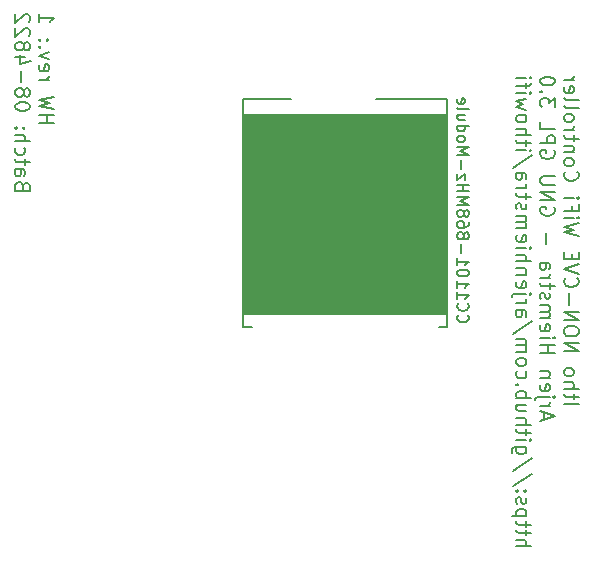
<source format=gbo>
G04 #@! TF.GenerationSoftware,KiCad,Pcbnew,(6.0.8-1)-1*
G04 #@! TF.CreationDate,2022-11-27T01:46:17+01:00*
G04 #@! TF.ProjectId,ithowifi_4l,6974686f-7769-4666-995f-346c2e6b6963,rev?*
G04 #@! TF.SameCoordinates,Original*
G04 #@! TF.FileFunction,Legend,Bot*
G04 #@! TF.FilePolarity,Positive*
%FSLAX46Y46*%
G04 Gerber Fmt 4.6, Leading zero omitted, Abs format (unit mm)*
G04 Created by KiCad (PCBNEW (6.0.8-1)-1) date 2022-11-27 01:46:17*
%MOMM*%
%LPD*%
G01*
G04 APERTURE LIST*
%ADD10C,0.100000*%
%ADD11C,0.200000*%
%ADD12C,0.150000*%
G04 APERTURE END LIST*
D10*
G36*
X103202000Y-135417558D02*
G01*
X85955400Y-135417558D01*
X85930000Y-118450358D01*
X103202000Y-118450358D01*
X103202000Y-135417558D01*
G37*
X103202000Y-135417558D02*
X85955400Y-135417558D01*
X85930000Y-118450358D01*
X103202000Y-118450358D01*
X103202000Y-135417558D01*
D11*
X113075393Y-143011000D02*
X114321393Y-143011000D01*
X113906060Y-142595666D02*
X113906060Y-142121000D01*
X114321393Y-142417666D02*
X113253393Y-142417666D01*
X113134726Y-142358333D01*
X113075393Y-142239666D01*
X113075393Y-142121000D01*
X113075393Y-141705666D02*
X114321393Y-141705666D01*
X113075393Y-141171666D02*
X113728060Y-141171666D01*
X113846726Y-141231000D01*
X113906060Y-141349666D01*
X113906060Y-141527666D01*
X113846726Y-141646333D01*
X113787393Y-141705666D01*
X113075393Y-140400333D02*
X113134726Y-140519000D01*
X113194060Y-140578333D01*
X113312726Y-140637666D01*
X113668726Y-140637666D01*
X113787393Y-140578333D01*
X113846726Y-140519000D01*
X113906060Y-140400333D01*
X113906060Y-140222333D01*
X113846726Y-140103666D01*
X113787393Y-140044333D01*
X113668726Y-139985000D01*
X113312726Y-139985000D01*
X113194060Y-140044333D01*
X113134726Y-140103666D01*
X113075393Y-140222333D01*
X113075393Y-140400333D01*
X113075393Y-138501666D02*
X114321393Y-138501666D01*
X113075393Y-137789666D01*
X114321393Y-137789666D01*
X114321393Y-136959000D02*
X114321393Y-136721666D01*
X114262060Y-136603000D01*
X114143393Y-136484333D01*
X113906060Y-136425000D01*
X113490726Y-136425000D01*
X113253393Y-136484333D01*
X113134726Y-136603000D01*
X113075393Y-136721666D01*
X113075393Y-136959000D01*
X113134726Y-137077666D01*
X113253393Y-137196333D01*
X113490726Y-137255666D01*
X113906060Y-137255666D01*
X114143393Y-137196333D01*
X114262060Y-137077666D01*
X114321393Y-136959000D01*
X113075393Y-135891000D02*
X114321393Y-135891000D01*
X113075393Y-135179000D01*
X114321393Y-135179000D01*
X113550060Y-134585666D02*
X113550060Y-133636333D01*
X113194060Y-132331000D02*
X113134726Y-132390333D01*
X113075393Y-132568333D01*
X113075393Y-132687000D01*
X113134726Y-132865000D01*
X113253393Y-132983666D01*
X113372060Y-133043000D01*
X113609393Y-133102333D01*
X113787393Y-133102333D01*
X114024726Y-133043000D01*
X114143393Y-132983666D01*
X114262060Y-132865000D01*
X114321393Y-132687000D01*
X114321393Y-132568333D01*
X114262060Y-132390333D01*
X114202726Y-132331000D01*
X114321393Y-131975000D02*
X113075393Y-131559666D01*
X114321393Y-131144333D01*
X113728060Y-130729000D02*
X113728060Y-130313666D01*
X113075393Y-130135666D02*
X113075393Y-130729000D01*
X114321393Y-130729000D01*
X114321393Y-130135666D01*
X114321393Y-128771000D02*
X113075393Y-128474333D01*
X113965393Y-128237000D01*
X113075393Y-127999666D01*
X114321393Y-127703000D01*
X113075393Y-127228333D02*
X113906060Y-127228333D01*
X114321393Y-127228333D02*
X114262060Y-127287666D01*
X114202726Y-127228333D01*
X114262060Y-127169000D01*
X114321393Y-127228333D01*
X114202726Y-127228333D01*
X113728060Y-126219666D02*
X113728060Y-126635000D01*
X113075393Y-126635000D02*
X114321393Y-126635000D01*
X114321393Y-126041666D01*
X113075393Y-125567000D02*
X113906060Y-125567000D01*
X114321393Y-125567000D02*
X114262060Y-125626333D01*
X114202726Y-125567000D01*
X114262060Y-125507666D01*
X114321393Y-125567000D01*
X114202726Y-125567000D01*
X113194060Y-123312333D02*
X113134726Y-123371666D01*
X113075393Y-123549666D01*
X113075393Y-123668333D01*
X113134726Y-123846333D01*
X113253393Y-123965000D01*
X113372060Y-124024333D01*
X113609393Y-124083666D01*
X113787393Y-124083666D01*
X114024726Y-124024333D01*
X114143393Y-123965000D01*
X114262060Y-123846333D01*
X114321393Y-123668333D01*
X114321393Y-123549666D01*
X114262060Y-123371666D01*
X114202726Y-123312333D01*
X113075393Y-122600333D02*
X113134726Y-122719000D01*
X113194060Y-122778333D01*
X113312726Y-122837666D01*
X113668726Y-122837666D01*
X113787393Y-122778333D01*
X113846726Y-122719000D01*
X113906060Y-122600333D01*
X113906060Y-122422333D01*
X113846726Y-122303666D01*
X113787393Y-122244333D01*
X113668726Y-122185000D01*
X113312726Y-122185000D01*
X113194060Y-122244333D01*
X113134726Y-122303666D01*
X113075393Y-122422333D01*
X113075393Y-122600333D01*
X113906060Y-121651000D02*
X113075393Y-121651000D01*
X113787393Y-121651000D02*
X113846726Y-121591666D01*
X113906060Y-121473000D01*
X113906060Y-121295000D01*
X113846726Y-121176333D01*
X113728060Y-121117000D01*
X113075393Y-121117000D01*
X113906060Y-120701666D02*
X113906060Y-120227000D01*
X114321393Y-120523666D02*
X113253393Y-120523666D01*
X113134726Y-120464333D01*
X113075393Y-120345666D01*
X113075393Y-120227000D01*
X113075393Y-119811666D02*
X113906060Y-119811666D01*
X113668726Y-119811666D02*
X113787393Y-119752333D01*
X113846726Y-119693000D01*
X113906060Y-119574333D01*
X113906060Y-119455666D01*
X113075393Y-118862333D02*
X113134726Y-118981000D01*
X113194060Y-119040333D01*
X113312726Y-119099666D01*
X113668726Y-119099666D01*
X113787393Y-119040333D01*
X113846726Y-118981000D01*
X113906060Y-118862333D01*
X113906060Y-118684333D01*
X113846726Y-118565666D01*
X113787393Y-118506333D01*
X113668726Y-118447000D01*
X113312726Y-118447000D01*
X113194060Y-118506333D01*
X113134726Y-118565666D01*
X113075393Y-118684333D01*
X113075393Y-118862333D01*
X113075393Y-117735000D02*
X113134726Y-117853666D01*
X113253393Y-117913000D01*
X114321393Y-117913000D01*
X113075393Y-117082333D02*
X113134726Y-117201000D01*
X113253393Y-117260333D01*
X114321393Y-117260333D01*
X113134726Y-116133000D02*
X113075393Y-116251666D01*
X113075393Y-116489000D01*
X113134726Y-116607666D01*
X113253393Y-116667000D01*
X113728060Y-116667000D01*
X113846726Y-116607666D01*
X113906060Y-116489000D01*
X113906060Y-116251666D01*
X113846726Y-116133000D01*
X113728060Y-116073666D01*
X113609393Y-116073666D01*
X113490726Y-116667000D01*
X113075393Y-115539666D02*
X113906060Y-115539666D01*
X113668726Y-115539666D02*
X113787393Y-115480333D01*
X113846726Y-115421000D01*
X113906060Y-115302333D01*
X113906060Y-115183666D01*
X111425333Y-144316333D02*
X111425333Y-143723000D01*
X111069333Y-144435000D02*
X112315333Y-144019666D01*
X111069333Y-143604333D01*
X111069333Y-143189000D02*
X111900000Y-143189000D01*
X111662666Y-143189000D02*
X111781333Y-143129666D01*
X111840666Y-143070333D01*
X111900000Y-142951666D01*
X111900000Y-142833000D01*
X111900000Y-142417666D02*
X110832000Y-142417666D01*
X110713333Y-142477000D01*
X110654000Y-142595666D01*
X110654000Y-142655000D01*
X112315333Y-142417666D02*
X112256000Y-142477000D01*
X112196666Y-142417666D01*
X112256000Y-142358333D01*
X112315333Y-142417666D01*
X112196666Y-142417666D01*
X111128666Y-141349666D02*
X111069333Y-141468333D01*
X111069333Y-141705666D01*
X111128666Y-141824333D01*
X111247333Y-141883666D01*
X111722000Y-141883666D01*
X111840666Y-141824333D01*
X111900000Y-141705666D01*
X111900000Y-141468333D01*
X111840666Y-141349666D01*
X111722000Y-141290333D01*
X111603333Y-141290333D01*
X111484666Y-141883666D01*
X111900000Y-140756333D02*
X111069333Y-140756333D01*
X111781333Y-140756333D02*
X111840666Y-140697000D01*
X111900000Y-140578333D01*
X111900000Y-140400333D01*
X111840666Y-140281666D01*
X111722000Y-140222333D01*
X111069333Y-140222333D01*
X111069333Y-138679666D02*
X112315333Y-138679666D01*
X111722000Y-138679666D02*
X111722000Y-137967666D01*
X111069333Y-137967666D02*
X112315333Y-137967666D01*
X111069333Y-137374333D02*
X111900000Y-137374333D01*
X112315333Y-137374333D02*
X112256000Y-137433666D01*
X112196666Y-137374333D01*
X112256000Y-137315000D01*
X112315333Y-137374333D01*
X112196666Y-137374333D01*
X111128666Y-136306333D02*
X111069333Y-136425000D01*
X111069333Y-136662333D01*
X111128666Y-136781000D01*
X111247333Y-136840333D01*
X111722000Y-136840333D01*
X111840666Y-136781000D01*
X111900000Y-136662333D01*
X111900000Y-136425000D01*
X111840666Y-136306333D01*
X111722000Y-136247000D01*
X111603333Y-136247000D01*
X111484666Y-136840333D01*
X111069333Y-135713000D02*
X111900000Y-135713000D01*
X111781333Y-135713000D02*
X111840666Y-135653666D01*
X111900000Y-135535000D01*
X111900000Y-135357000D01*
X111840666Y-135238333D01*
X111722000Y-135179000D01*
X111069333Y-135179000D01*
X111722000Y-135179000D02*
X111840666Y-135119666D01*
X111900000Y-135001000D01*
X111900000Y-134823000D01*
X111840666Y-134704333D01*
X111722000Y-134645000D01*
X111069333Y-134645000D01*
X111128666Y-134111000D02*
X111069333Y-133992333D01*
X111069333Y-133755000D01*
X111128666Y-133636333D01*
X111247333Y-133577000D01*
X111306666Y-133577000D01*
X111425333Y-133636333D01*
X111484666Y-133755000D01*
X111484666Y-133933000D01*
X111544000Y-134051666D01*
X111662666Y-134111000D01*
X111722000Y-134111000D01*
X111840666Y-134051666D01*
X111900000Y-133933000D01*
X111900000Y-133755000D01*
X111840666Y-133636333D01*
X111900000Y-133221000D02*
X111900000Y-132746333D01*
X112315333Y-133043000D02*
X111247333Y-133043000D01*
X111128666Y-132983666D01*
X111069333Y-132865000D01*
X111069333Y-132746333D01*
X111069333Y-132331000D02*
X111900000Y-132331000D01*
X111662666Y-132331000D02*
X111781333Y-132271666D01*
X111840666Y-132212333D01*
X111900000Y-132093666D01*
X111900000Y-131975000D01*
X111069333Y-131025666D02*
X111722000Y-131025666D01*
X111840666Y-131085000D01*
X111900000Y-131203666D01*
X111900000Y-131441000D01*
X111840666Y-131559666D01*
X111128666Y-131025666D02*
X111069333Y-131144333D01*
X111069333Y-131441000D01*
X111128666Y-131559666D01*
X111247333Y-131619000D01*
X111366000Y-131619000D01*
X111484666Y-131559666D01*
X111544000Y-131441000D01*
X111544000Y-131144333D01*
X111603333Y-131025666D01*
X111544000Y-129483000D02*
X111544000Y-128533666D01*
X112256000Y-126338333D02*
X112315333Y-126457000D01*
X112315333Y-126635000D01*
X112256000Y-126813000D01*
X112137333Y-126931666D01*
X112018666Y-126991000D01*
X111781333Y-127050333D01*
X111603333Y-127050333D01*
X111366000Y-126991000D01*
X111247333Y-126931666D01*
X111128666Y-126813000D01*
X111069333Y-126635000D01*
X111069333Y-126516333D01*
X111128666Y-126338333D01*
X111188000Y-126279000D01*
X111603333Y-126279000D01*
X111603333Y-126516333D01*
X111069333Y-125745000D02*
X112315333Y-125745000D01*
X111069333Y-125033000D01*
X112315333Y-125033000D01*
X112315333Y-124439666D02*
X111306666Y-124439666D01*
X111188000Y-124380333D01*
X111128666Y-124321000D01*
X111069333Y-124202333D01*
X111069333Y-123965000D01*
X111128666Y-123846333D01*
X111188000Y-123787000D01*
X111306666Y-123727666D01*
X112315333Y-123727666D01*
X112256000Y-121532333D02*
X112315333Y-121651000D01*
X112315333Y-121829000D01*
X112256000Y-122007000D01*
X112137333Y-122125666D01*
X112018666Y-122185000D01*
X111781333Y-122244333D01*
X111603333Y-122244333D01*
X111366000Y-122185000D01*
X111247333Y-122125666D01*
X111128666Y-122007000D01*
X111069333Y-121829000D01*
X111069333Y-121710333D01*
X111128666Y-121532333D01*
X111188000Y-121473000D01*
X111603333Y-121473000D01*
X111603333Y-121710333D01*
X111069333Y-120939000D02*
X112315333Y-120939000D01*
X112315333Y-120464333D01*
X112256000Y-120345666D01*
X112196666Y-120286333D01*
X112078000Y-120227000D01*
X111900000Y-120227000D01*
X111781333Y-120286333D01*
X111722000Y-120345666D01*
X111662666Y-120464333D01*
X111662666Y-120939000D01*
X111069333Y-119099666D02*
X111069333Y-119693000D01*
X112315333Y-119693000D01*
X112315333Y-117853666D02*
X112315333Y-117082333D01*
X111840666Y-117497666D01*
X111840666Y-117319666D01*
X111781333Y-117201000D01*
X111722000Y-117141666D01*
X111603333Y-117082333D01*
X111306666Y-117082333D01*
X111188000Y-117141666D01*
X111128666Y-117201000D01*
X111069333Y-117319666D01*
X111069333Y-117675666D01*
X111128666Y-117794333D01*
X111188000Y-117853666D01*
X111188000Y-116548333D02*
X111128666Y-116489000D01*
X111069333Y-116548333D01*
X111128666Y-116607666D01*
X111188000Y-116548333D01*
X111069333Y-116548333D01*
X112315333Y-115717666D02*
X112315333Y-115599000D01*
X112256000Y-115480333D01*
X112196666Y-115421000D01*
X112078000Y-115361666D01*
X111840666Y-115302333D01*
X111544000Y-115302333D01*
X111306666Y-115361666D01*
X111188000Y-115421000D01*
X111128666Y-115480333D01*
X111069333Y-115599000D01*
X111069333Y-115717666D01*
X111128666Y-115836333D01*
X111188000Y-115895666D01*
X111306666Y-115955000D01*
X111544000Y-116014333D01*
X111840666Y-116014333D01*
X112078000Y-115955000D01*
X112196666Y-115895666D01*
X112256000Y-115836333D01*
X112315333Y-115717666D01*
X109063273Y-155055666D02*
X110309273Y-155055666D01*
X109063273Y-154521666D02*
X109715940Y-154521666D01*
X109834606Y-154581000D01*
X109893940Y-154699666D01*
X109893940Y-154877666D01*
X109834606Y-154996333D01*
X109775273Y-155055666D01*
X109893940Y-154106333D02*
X109893940Y-153631666D01*
X110309273Y-153928333D02*
X109241273Y-153928333D01*
X109122606Y-153869000D01*
X109063273Y-153750333D01*
X109063273Y-153631666D01*
X109893940Y-153394333D02*
X109893940Y-152919666D01*
X110309273Y-153216333D02*
X109241273Y-153216333D01*
X109122606Y-153157000D01*
X109063273Y-153038333D01*
X109063273Y-152919666D01*
X109893940Y-152504333D02*
X108647940Y-152504333D01*
X109834606Y-152504333D02*
X109893940Y-152385666D01*
X109893940Y-152148333D01*
X109834606Y-152029666D01*
X109775273Y-151970333D01*
X109656606Y-151911000D01*
X109300606Y-151911000D01*
X109181940Y-151970333D01*
X109122606Y-152029666D01*
X109063273Y-152148333D01*
X109063273Y-152385666D01*
X109122606Y-152504333D01*
X109122606Y-151436333D02*
X109063273Y-151317666D01*
X109063273Y-151080333D01*
X109122606Y-150961666D01*
X109241273Y-150902333D01*
X109300606Y-150902333D01*
X109419273Y-150961666D01*
X109478606Y-151080333D01*
X109478606Y-151258333D01*
X109537940Y-151377000D01*
X109656606Y-151436333D01*
X109715940Y-151436333D01*
X109834606Y-151377000D01*
X109893940Y-151258333D01*
X109893940Y-151080333D01*
X109834606Y-150961666D01*
X109181940Y-150368333D02*
X109122606Y-150309000D01*
X109063273Y-150368333D01*
X109122606Y-150427666D01*
X109181940Y-150368333D01*
X109063273Y-150368333D01*
X109834606Y-150368333D02*
X109775273Y-150309000D01*
X109715940Y-150368333D01*
X109775273Y-150427666D01*
X109834606Y-150368333D01*
X109715940Y-150368333D01*
X110368606Y-148885000D02*
X108766606Y-149953000D01*
X110368606Y-147579666D02*
X108766606Y-148647666D01*
X109893940Y-146630333D02*
X108885273Y-146630333D01*
X108766606Y-146689666D01*
X108707273Y-146749000D01*
X108647940Y-146867666D01*
X108647940Y-147045666D01*
X108707273Y-147164333D01*
X109122606Y-146630333D02*
X109063273Y-146749000D01*
X109063273Y-146986333D01*
X109122606Y-147105000D01*
X109181940Y-147164333D01*
X109300606Y-147223666D01*
X109656606Y-147223666D01*
X109775273Y-147164333D01*
X109834606Y-147105000D01*
X109893940Y-146986333D01*
X109893940Y-146749000D01*
X109834606Y-146630333D01*
X109063273Y-146037000D02*
X109893940Y-146037000D01*
X110309273Y-146037000D02*
X110249940Y-146096333D01*
X110190606Y-146037000D01*
X110249940Y-145977666D01*
X110309273Y-146037000D01*
X110190606Y-146037000D01*
X109893940Y-145621666D02*
X109893940Y-145147000D01*
X110309273Y-145443666D02*
X109241273Y-145443666D01*
X109122606Y-145384333D01*
X109063273Y-145265666D01*
X109063273Y-145147000D01*
X109063273Y-144731666D02*
X110309273Y-144731666D01*
X109063273Y-144197666D02*
X109715940Y-144197666D01*
X109834606Y-144257000D01*
X109893940Y-144375666D01*
X109893940Y-144553666D01*
X109834606Y-144672333D01*
X109775273Y-144731666D01*
X109893940Y-143070333D02*
X109063273Y-143070333D01*
X109893940Y-143604333D02*
X109241273Y-143604333D01*
X109122606Y-143545000D01*
X109063273Y-143426333D01*
X109063273Y-143248333D01*
X109122606Y-143129666D01*
X109181940Y-143070333D01*
X109063273Y-142477000D02*
X110309273Y-142477000D01*
X109834606Y-142477000D02*
X109893940Y-142358333D01*
X109893940Y-142121000D01*
X109834606Y-142002333D01*
X109775273Y-141943000D01*
X109656606Y-141883666D01*
X109300606Y-141883666D01*
X109181940Y-141943000D01*
X109122606Y-142002333D01*
X109063273Y-142121000D01*
X109063273Y-142358333D01*
X109122606Y-142477000D01*
X109181940Y-141349666D02*
X109122606Y-141290333D01*
X109063273Y-141349666D01*
X109122606Y-141409000D01*
X109181940Y-141349666D01*
X109063273Y-141349666D01*
X109122606Y-140222333D02*
X109063273Y-140341000D01*
X109063273Y-140578333D01*
X109122606Y-140697000D01*
X109181940Y-140756333D01*
X109300606Y-140815666D01*
X109656606Y-140815666D01*
X109775273Y-140756333D01*
X109834606Y-140697000D01*
X109893940Y-140578333D01*
X109893940Y-140341000D01*
X109834606Y-140222333D01*
X109063273Y-139510333D02*
X109122606Y-139629000D01*
X109181940Y-139688333D01*
X109300606Y-139747666D01*
X109656606Y-139747666D01*
X109775273Y-139688333D01*
X109834606Y-139629000D01*
X109893940Y-139510333D01*
X109893940Y-139332333D01*
X109834606Y-139213666D01*
X109775273Y-139154333D01*
X109656606Y-139095000D01*
X109300606Y-139095000D01*
X109181940Y-139154333D01*
X109122606Y-139213666D01*
X109063273Y-139332333D01*
X109063273Y-139510333D01*
X109063273Y-138561000D02*
X109893940Y-138561000D01*
X109775273Y-138561000D02*
X109834606Y-138501666D01*
X109893940Y-138383000D01*
X109893940Y-138205000D01*
X109834606Y-138086333D01*
X109715940Y-138027000D01*
X109063273Y-138027000D01*
X109715940Y-138027000D02*
X109834606Y-137967666D01*
X109893940Y-137849000D01*
X109893940Y-137671000D01*
X109834606Y-137552333D01*
X109715940Y-137493000D01*
X109063273Y-137493000D01*
X110368606Y-136009666D02*
X108766606Y-137077666D01*
X109063273Y-135060333D02*
X109715940Y-135060333D01*
X109834606Y-135119666D01*
X109893940Y-135238333D01*
X109893940Y-135475666D01*
X109834606Y-135594333D01*
X109122606Y-135060333D02*
X109063273Y-135179000D01*
X109063273Y-135475666D01*
X109122606Y-135594333D01*
X109241273Y-135653666D01*
X109359940Y-135653666D01*
X109478606Y-135594333D01*
X109537940Y-135475666D01*
X109537940Y-135179000D01*
X109597273Y-135060333D01*
X109063273Y-134467000D02*
X109893940Y-134467000D01*
X109656606Y-134467000D02*
X109775273Y-134407666D01*
X109834606Y-134348333D01*
X109893940Y-134229666D01*
X109893940Y-134111000D01*
X109893940Y-133695666D02*
X108825940Y-133695666D01*
X108707273Y-133755000D01*
X108647940Y-133873666D01*
X108647940Y-133933000D01*
X110309273Y-133695666D02*
X110249940Y-133755000D01*
X110190606Y-133695666D01*
X110249940Y-133636333D01*
X110309273Y-133695666D01*
X110190606Y-133695666D01*
X109122606Y-132627666D02*
X109063273Y-132746333D01*
X109063273Y-132983666D01*
X109122606Y-133102333D01*
X109241273Y-133161666D01*
X109715940Y-133161666D01*
X109834606Y-133102333D01*
X109893940Y-132983666D01*
X109893940Y-132746333D01*
X109834606Y-132627666D01*
X109715940Y-132568333D01*
X109597273Y-132568333D01*
X109478606Y-133161666D01*
X109893940Y-132034333D02*
X109063273Y-132034333D01*
X109775273Y-132034333D02*
X109834606Y-131975000D01*
X109893940Y-131856333D01*
X109893940Y-131678333D01*
X109834606Y-131559666D01*
X109715940Y-131500333D01*
X109063273Y-131500333D01*
X109063273Y-130907000D02*
X110309273Y-130907000D01*
X109063273Y-130373000D02*
X109715940Y-130373000D01*
X109834606Y-130432333D01*
X109893940Y-130551000D01*
X109893940Y-130729000D01*
X109834606Y-130847666D01*
X109775273Y-130907000D01*
X109063273Y-129779666D02*
X109893940Y-129779666D01*
X110309273Y-129779666D02*
X110249940Y-129839000D01*
X110190606Y-129779666D01*
X110249940Y-129720333D01*
X110309273Y-129779666D01*
X110190606Y-129779666D01*
X109122606Y-128711666D02*
X109063273Y-128830333D01*
X109063273Y-129067666D01*
X109122606Y-129186333D01*
X109241273Y-129245666D01*
X109715940Y-129245666D01*
X109834606Y-129186333D01*
X109893940Y-129067666D01*
X109893940Y-128830333D01*
X109834606Y-128711666D01*
X109715940Y-128652333D01*
X109597273Y-128652333D01*
X109478606Y-129245666D01*
X109063273Y-128118333D02*
X109893940Y-128118333D01*
X109775273Y-128118333D02*
X109834606Y-128059000D01*
X109893940Y-127940333D01*
X109893940Y-127762333D01*
X109834606Y-127643666D01*
X109715940Y-127584333D01*
X109063273Y-127584333D01*
X109715940Y-127584333D02*
X109834606Y-127525000D01*
X109893940Y-127406333D01*
X109893940Y-127228333D01*
X109834606Y-127109666D01*
X109715940Y-127050333D01*
X109063273Y-127050333D01*
X109122606Y-126516333D02*
X109063273Y-126397666D01*
X109063273Y-126160333D01*
X109122606Y-126041666D01*
X109241273Y-125982333D01*
X109300606Y-125982333D01*
X109419273Y-126041666D01*
X109478606Y-126160333D01*
X109478606Y-126338333D01*
X109537940Y-126457000D01*
X109656606Y-126516333D01*
X109715940Y-126516333D01*
X109834606Y-126457000D01*
X109893940Y-126338333D01*
X109893940Y-126160333D01*
X109834606Y-126041666D01*
X109893940Y-125626333D02*
X109893940Y-125151666D01*
X110309273Y-125448333D02*
X109241273Y-125448333D01*
X109122606Y-125389000D01*
X109063273Y-125270333D01*
X109063273Y-125151666D01*
X109063273Y-124736333D02*
X109893940Y-124736333D01*
X109656606Y-124736333D02*
X109775273Y-124677000D01*
X109834606Y-124617666D01*
X109893940Y-124499000D01*
X109893940Y-124380333D01*
X109063273Y-123431000D02*
X109715940Y-123431000D01*
X109834606Y-123490333D01*
X109893940Y-123609000D01*
X109893940Y-123846333D01*
X109834606Y-123965000D01*
X109122606Y-123431000D02*
X109063273Y-123549666D01*
X109063273Y-123846333D01*
X109122606Y-123965000D01*
X109241273Y-124024333D01*
X109359940Y-124024333D01*
X109478606Y-123965000D01*
X109537940Y-123846333D01*
X109537940Y-123549666D01*
X109597273Y-123431000D01*
X110368606Y-121947666D02*
X108766606Y-123015666D01*
X109063273Y-121532333D02*
X109893940Y-121532333D01*
X110309273Y-121532333D02*
X110249940Y-121591666D01*
X110190606Y-121532333D01*
X110249940Y-121473000D01*
X110309273Y-121532333D01*
X110190606Y-121532333D01*
X109893940Y-121117000D02*
X109893940Y-120642333D01*
X110309273Y-120939000D02*
X109241273Y-120939000D01*
X109122606Y-120879666D01*
X109063273Y-120761000D01*
X109063273Y-120642333D01*
X109063273Y-120227000D02*
X110309273Y-120227000D01*
X109063273Y-119693000D02*
X109715940Y-119693000D01*
X109834606Y-119752333D01*
X109893940Y-119871000D01*
X109893940Y-120049000D01*
X109834606Y-120167666D01*
X109775273Y-120227000D01*
X109063273Y-118921666D02*
X109122606Y-119040333D01*
X109181940Y-119099666D01*
X109300606Y-119159000D01*
X109656606Y-119159000D01*
X109775273Y-119099666D01*
X109834606Y-119040333D01*
X109893940Y-118921666D01*
X109893940Y-118743666D01*
X109834606Y-118625000D01*
X109775273Y-118565666D01*
X109656606Y-118506333D01*
X109300606Y-118506333D01*
X109181940Y-118565666D01*
X109122606Y-118625000D01*
X109063273Y-118743666D01*
X109063273Y-118921666D01*
X109893940Y-118091000D02*
X109063273Y-117853666D01*
X109656606Y-117616333D01*
X109063273Y-117379000D01*
X109893940Y-117141666D01*
X109063273Y-116667000D02*
X109893940Y-116667000D01*
X110309273Y-116667000D02*
X110249940Y-116726333D01*
X110190606Y-116667000D01*
X110249940Y-116607666D01*
X110309273Y-116667000D01*
X110190606Y-116667000D01*
X109893940Y-116251666D02*
X109893940Y-115777000D01*
X109063273Y-116073666D02*
X110131273Y-116073666D01*
X110249940Y-116014333D01*
X110309273Y-115895666D01*
X110309273Y-115777000D01*
X109063273Y-115361666D02*
X109893940Y-115361666D01*
X110309273Y-115361666D02*
X110249940Y-115421000D01*
X110190606Y-115361666D01*
X110249940Y-115302333D01*
X110309273Y-115361666D01*
X110190606Y-115361666D01*
X68638363Y-119224333D02*
X69884363Y-119224333D01*
X69291030Y-119224333D02*
X69291030Y-118512333D01*
X68638363Y-118512333D02*
X69884363Y-118512333D01*
X69884363Y-118037666D02*
X68638363Y-117741000D01*
X69528363Y-117503666D01*
X68638363Y-117266333D01*
X69884363Y-116969666D01*
X68638363Y-115545666D02*
X69469030Y-115545666D01*
X69231696Y-115545666D02*
X69350363Y-115486333D01*
X69409696Y-115427000D01*
X69469030Y-115308333D01*
X69469030Y-115189666D01*
X68697696Y-114299666D02*
X68638363Y-114418333D01*
X68638363Y-114655666D01*
X68697696Y-114774333D01*
X68816363Y-114833666D01*
X69291030Y-114833666D01*
X69409696Y-114774333D01*
X69469030Y-114655666D01*
X69469030Y-114418333D01*
X69409696Y-114299666D01*
X69291030Y-114240333D01*
X69172363Y-114240333D01*
X69053696Y-114833666D01*
X69469030Y-113825000D02*
X68638363Y-113528333D01*
X69469030Y-113231666D01*
X68757030Y-112757000D02*
X68697696Y-112697666D01*
X68638363Y-112757000D01*
X68697696Y-112816333D01*
X68757030Y-112757000D01*
X68638363Y-112757000D01*
X68757030Y-112163666D02*
X68697696Y-112104333D01*
X68638363Y-112163666D01*
X68697696Y-112223000D01*
X68757030Y-112163666D01*
X68638363Y-112163666D01*
X69409696Y-112163666D02*
X69350363Y-112104333D01*
X69291030Y-112163666D01*
X69350363Y-112223000D01*
X69409696Y-112163666D01*
X69291030Y-112163666D01*
X68638363Y-109968333D02*
X68638363Y-110680333D01*
X68638363Y-110324333D02*
X69884363Y-110324333D01*
X69706363Y-110443000D01*
X69587696Y-110561666D01*
X69528363Y-110680333D01*
X67284970Y-124505000D02*
X67225636Y-124327000D01*
X67166303Y-124267666D01*
X67047636Y-124208333D01*
X66869636Y-124208333D01*
X66750970Y-124267666D01*
X66691636Y-124327000D01*
X66632303Y-124445666D01*
X66632303Y-124920333D01*
X67878303Y-124920333D01*
X67878303Y-124505000D01*
X67818970Y-124386333D01*
X67759636Y-124327000D01*
X67640970Y-124267666D01*
X67522303Y-124267666D01*
X67403636Y-124327000D01*
X67344303Y-124386333D01*
X67284970Y-124505000D01*
X67284970Y-124920333D01*
X66632303Y-123140333D02*
X67284970Y-123140333D01*
X67403636Y-123199666D01*
X67462970Y-123318333D01*
X67462970Y-123555666D01*
X67403636Y-123674333D01*
X66691636Y-123140333D02*
X66632303Y-123259000D01*
X66632303Y-123555666D01*
X66691636Y-123674333D01*
X66810303Y-123733666D01*
X66928970Y-123733666D01*
X67047636Y-123674333D01*
X67106970Y-123555666D01*
X67106970Y-123259000D01*
X67166303Y-123140333D01*
X67462970Y-122725000D02*
X67462970Y-122250333D01*
X67878303Y-122547000D02*
X66810303Y-122547000D01*
X66691636Y-122487666D01*
X66632303Y-122369000D01*
X66632303Y-122250333D01*
X66691636Y-121301000D02*
X66632303Y-121419666D01*
X66632303Y-121657000D01*
X66691636Y-121775666D01*
X66750970Y-121835000D01*
X66869636Y-121894333D01*
X67225636Y-121894333D01*
X67344303Y-121835000D01*
X67403636Y-121775666D01*
X67462970Y-121657000D01*
X67462970Y-121419666D01*
X67403636Y-121301000D01*
X66632303Y-120767000D02*
X67878303Y-120767000D01*
X66632303Y-120233000D02*
X67284970Y-120233000D01*
X67403636Y-120292333D01*
X67462970Y-120411000D01*
X67462970Y-120589000D01*
X67403636Y-120707666D01*
X67344303Y-120767000D01*
X66750970Y-119639666D02*
X66691636Y-119580333D01*
X66632303Y-119639666D01*
X66691636Y-119699000D01*
X66750970Y-119639666D01*
X66632303Y-119639666D01*
X67403636Y-119639666D02*
X67344303Y-119580333D01*
X67284970Y-119639666D01*
X67344303Y-119699000D01*
X67403636Y-119639666D01*
X67284970Y-119639666D01*
X67878303Y-117859666D02*
X67878303Y-117741000D01*
X67818970Y-117622333D01*
X67759636Y-117563000D01*
X67640970Y-117503666D01*
X67403636Y-117444333D01*
X67106970Y-117444333D01*
X66869636Y-117503666D01*
X66750970Y-117563000D01*
X66691636Y-117622333D01*
X66632303Y-117741000D01*
X66632303Y-117859666D01*
X66691636Y-117978333D01*
X66750970Y-118037666D01*
X66869636Y-118097000D01*
X67106970Y-118156333D01*
X67403636Y-118156333D01*
X67640970Y-118097000D01*
X67759636Y-118037666D01*
X67818970Y-117978333D01*
X67878303Y-117859666D01*
X67344303Y-116732333D02*
X67403636Y-116851000D01*
X67462970Y-116910333D01*
X67581636Y-116969666D01*
X67640970Y-116969666D01*
X67759636Y-116910333D01*
X67818970Y-116851000D01*
X67878303Y-116732333D01*
X67878303Y-116495000D01*
X67818970Y-116376333D01*
X67759636Y-116317000D01*
X67640970Y-116257666D01*
X67581636Y-116257666D01*
X67462970Y-116317000D01*
X67403636Y-116376333D01*
X67344303Y-116495000D01*
X67344303Y-116732333D01*
X67284970Y-116851000D01*
X67225636Y-116910333D01*
X67106970Y-116969666D01*
X66869636Y-116969666D01*
X66750970Y-116910333D01*
X66691636Y-116851000D01*
X66632303Y-116732333D01*
X66632303Y-116495000D01*
X66691636Y-116376333D01*
X66750970Y-116317000D01*
X66869636Y-116257666D01*
X67106970Y-116257666D01*
X67225636Y-116317000D01*
X67284970Y-116376333D01*
X67344303Y-116495000D01*
X67106970Y-115723666D02*
X67106970Y-114774333D01*
X67462970Y-113647000D02*
X66632303Y-113647000D01*
X67937636Y-113943666D02*
X67047636Y-114240333D01*
X67047636Y-113469000D01*
X67344303Y-112816333D02*
X67403636Y-112935000D01*
X67462970Y-112994333D01*
X67581636Y-113053666D01*
X67640970Y-113053666D01*
X67759636Y-112994333D01*
X67818970Y-112935000D01*
X67878303Y-112816333D01*
X67878303Y-112579000D01*
X67818970Y-112460333D01*
X67759636Y-112401000D01*
X67640970Y-112341666D01*
X67581636Y-112341666D01*
X67462970Y-112401000D01*
X67403636Y-112460333D01*
X67344303Y-112579000D01*
X67344303Y-112816333D01*
X67284970Y-112935000D01*
X67225636Y-112994333D01*
X67106970Y-113053666D01*
X66869636Y-113053666D01*
X66750970Y-112994333D01*
X66691636Y-112935000D01*
X66632303Y-112816333D01*
X66632303Y-112579000D01*
X66691636Y-112460333D01*
X66750970Y-112401000D01*
X66869636Y-112341666D01*
X67106970Y-112341666D01*
X67225636Y-112401000D01*
X67284970Y-112460333D01*
X67344303Y-112579000D01*
X67759636Y-111867000D02*
X67818970Y-111807666D01*
X67878303Y-111689000D01*
X67878303Y-111392333D01*
X67818970Y-111273666D01*
X67759636Y-111214333D01*
X67640970Y-111155000D01*
X67522303Y-111155000D01*
X67344303Y-111214333D01*
X66632303Y-111926333D01*
X66632303Y-111155000D01*
X67759636Y-110680333D02*
X67818970Y-110621000D01*
X67878303Y-110502333D01*
X67878303Y-110205666D01*
X67818970Y-110087000D01*
X67759636Y-110027666D01*
X67640970Y-109968333D01*
X67522303Y-109968333D01*
X67344303Y-110027666D01*
X66632303Y-110739666D01*
X66632303Y-109968333D01*
D12*
X104118848Y-135474298D02*
X104071229Y-135521917D01*
X104023610Y-135664774D01*
X104023610Y-135760012D01*
X104071229Y-135902869D01*
X104166467Y-135998107D01*
X104261705Y-136045726D01*
X104452181Y-136093346D01*
X104595038Y-136093346D01*
X104785514Y-136045726D01*
X104880752Y-135998107D01*
X104975991Y-135902869D01*
X105023610Y-135760012D01*
X105023610Y-135664774D01*
X104975991Y-135521917D01*
X104928371Y-135474298D01*
X104118848Y-134474298D02*
X104071229Y-134521917D01*
X104023610Y-134664774D01*
X104023610Y-134760012D01*
X104071229Y-134902869D01*
X104166467Y-134998107D01*
X104261705Y-135045726D01*
X104452181Y-135093346D01*
X104595038Y-135093346D01*
X104785514Y-135045726D01*
X104880752Y-134998107D01*
X104975991Y-134902869D01*
X105023610Y-134760012D01*
X105023610Y-134664774D01*
X104975991Y-134521917D01*
X104928371Y-134474298D01*
X104023610Y-133521917D02*
X104023610Y-134093346D01*
X104023610Y-133807631D02*
X105023610Y-133807631D01*
X104880752Y-133902869D01*
X104785514Y-133998107D01*
X104737895Y-134093346D01*
X104023610Y-132569536D02*
X104023610Y-133140965D01*
X104023610Y-132855250D02*
X105023610Y-132855250D01*
X104880752Y-132950488D01*
X104785514Y-133045726D01*
X104737895Y-133140965D01*
X105023610Y-131950488D02*
X105023610Y-131855250D01*
X104975991Y-131760012D01*
X104928371Y-131712393D01*
X104833133Y-131664774D01*
X104642657Y-131617155D01*
X104404562Y-131617155D01*
X104214086Y-131664774D01*
X104118848Y-131712393D01*
X104071229Y-131760012D01*
X104023610Y-131855250D01*
X104023610Y-131950488D01*
X104071229Y-132045726D01*
X104118848Y-132093346D01*
X104214086Y-132140965D01*
X104404562Y-132188584D01*
X104642657Y-132188584D01*
X104833133Y-132140965D01*
X104928371Y-132093346D01*
X104975991Y-132045726D01*
X105023610Y-131950488D01*
X104023610Y-130664774D02*
X104023610Y-131236203D01*
X104023610Y-130950488D02*
X105023610Y-130950488D01*
X104880752Y-131045726D01*
X104785514Y-131140965D01*
X104737895Y-131236203D01*
X104404562Y-130236203D02*
X104404562Y-129474298D01*
X104595038Y-128855250D02*
X104642657Y-128950488D01*
X104690276Y-128998107D01*
X104785514Y-129045726D01*
X104833133Y-129045726D01*
X104928371Y-128998107D01*
X104975991Y-128950488D01*
X105023610Y-128855250D01*
X105023610Y-128664774D01*
X104975991Y-128569536D01*
X104928371Y-128521917D01*
X104833133Y-128474298D01*
X104785514Y-128474298D01*
X104690276Y-128521917D01*
X104642657Y-128569536D01*
X104595038Y-128664774D01*
X104595038Y-128855250D01*
X104547419Y-128950488D01*
X104499800Y-128998107D01*
X104404562Y-129045726D01*
X104214086Y-129045726D01*
X104118848Y-128998107D01*
X104071229Y-128950488D01*
X104023610Y-128855250D01*
X104023610Y-128664774D01*
X104071229Y-128569536D01*
X104118848Y-128521917D01*
X104214086Y-128474298D01*
X104404562Y-128474298D01*
X104499800Y-128521917D01*
X104547419Y-128569536D01*
X104595038Y-128664774D01*
X105023610Y-127617155D02*
X105023610Y-127807631D01*
X104975991Y-127902869D01*
X104928371Y-127950488D01*
X104785514Y-128045726D01*
X104595038Y-128093346D01*
X104214086Y-128093346D01*
X104118848Y-128045726D01*
X104071229Y-127998107D01*
X104023610Y-127902869D01*
X104023610Y-127712393D01*
X104071229Y-127617155D01*
X104118848Y-127569536D01*
X104214086Y-127521917D01*
X104452181Y-127521917D01*
X104547419Y-127569536D01*
X104595038Y-127617155D01*
X104642657Y-127712393D01*
X104642657Y-127902869D01*
X104595038Y-127998107D01*
X104547419Y-128045726D01*
X104452181Y-128093346D01*
X104595038Y-126950488D02*
X104642657Y-127045726D01*
X104690276Y-127093346D01*
X104785514Y-127140965D01*
X104833133Y-127140965D01*
X104928371Y-127093346D01*
X104975991Y-127045726D01*
X105023610Y-126950488D01*
X105023610Y-126760012D01*
X104975991Y-126664774D01*
X104928371Y-126617155D01*
X104833133Y-126569536D01*
X104785514Y-126569536D01*
X104690276Y-126617155D01*
X104642657Y-126664774D01*
X104595038Y-126760012D01*
X104595038Y-126950488D01*
X104547419Y-127045726D01*
X104499800Y-127093346D01*
X104404562Y-127140965D01*
X104214086Y-127140965D01*
X104118848Y-127093346D01*
X104071229Y-127045726D01*
X104023610Y-126950488D01*
X104023610Y-126760012D01*
X104071229Y-126664774D01*
X104118848Y-126617155D01*
X104214086Y-126569536D01*
X104404562Y-126569536D01*
X104499800Y-126617155D01*
X104547419Y-126664774D01*
X104595038Y-126760012D01*
X104023610Y-126140965D02*
X105023610Y-126140965D01*
X104309324Y-125807631D01*
X105023610Y-125474298D01*
X104023610Y-125474298D01*
X104023610Y-124998107D02*
X105023610Y-124998107D01*
X104547419Y-124998107D02*
X104547419Y-124426679D01*
X104023610Y-124426679D02*
X105023610Y-124426679D01*
X104690276Y-124045726D02*
X104690276Y-123521917D01*
X104023610Y-124045726D01*
X104023610Y-123521917D01*
X104404562Y-123140965D02*
X104404562Y-122379060D01*
X104023610Y-121902869D02*
X105023610Y-121902869D01*
X104309324Y-121569536D01*
X105023610Y-121236203D01*
X104023610Y-121236203D01*
X104023610Y-120617155D02*
X104071229Y-120712393D01*
X104118848Y-120760012D01*
X104214086Y-120807631D01*
X104499800Y-120807631D01*
X104595038Y-120760012D01*
X104642657Y-120712393D01*
X104690276Y-120617155D01*
X104690276Y-120474298D01*
X104642657Y-120379060D01*
X104595038Y-120331441D01*
X104499800Y-120283822D01*
X104214086Y-120283822D01*
X104118848Y-120331441D01*
X104071229Y-120379060D01*
X104023610Y-120474298D01*
X104023610Y-120617155D01*
X104023610Y-119426679D02*
X105023610Y-119426679D01*
X104071229Y-119426679D02*
X104023610Y-119521917D01*
X104023610Y-119712393D01*
X104071229Y-119807631D01*
X104118848Y-119855250D01*
X104214086Y-119902869D01*
X104499800Y-119902869D01*
X104595038Y-119855250D01*
X104642657Y-119807631D01*
X104690276Y-119712393D01*
X104690276Y-119521917D01*
X104642657Y-119426679D01*
X104690276Y-118521917D02*
X104023610Y-118521917D01*
X104690276Y-118950488D02*
X104166467Y-118950488D01*
X104071229Y-118902869D01*
X104023610Y-118807631D01*
X104023610Y-118664774D01*
X104071229Y-118569536D01*
X104118848Y-118521917D01*
X104023610Y-117902869D02*
X104071229Y-117998107D01*
X104166467Y-118045726D01*
X105023610Y-118045726D01*
X104071229Y-117140965D02*
X104023610Y-117236203D01*
X104023610Y-117426679D01*
X104071229Y-117521917D01*
X104166467Y-117569536D01*
X104547419Y-117569536D01*
X104642657Y-117521917D01*
X104690276Y-117426679D01*
X104690276Y-117236203D01*
X104642657Y-117140965D01*
X104547419Y-117093346D01*
X104452181Y-117093346D01*
X104356943Y-117569536D01*
X85920000Y-117197358D02*
X85920000Y-136497358D01*
X85920000Y-136497358D02*
X86670000Y-136497358D01*
X89945000Y-117197358D02*
X85920000Y-117197358D01*
X103220000Y-136497358D02*
X103220000Y-117197358D01*
X103220000Y-117197358D02*
X97195000Y-117197358D01*
X102470000Y-136497358D02*
X103220000Y-136497358D01*
M02*

</source>
